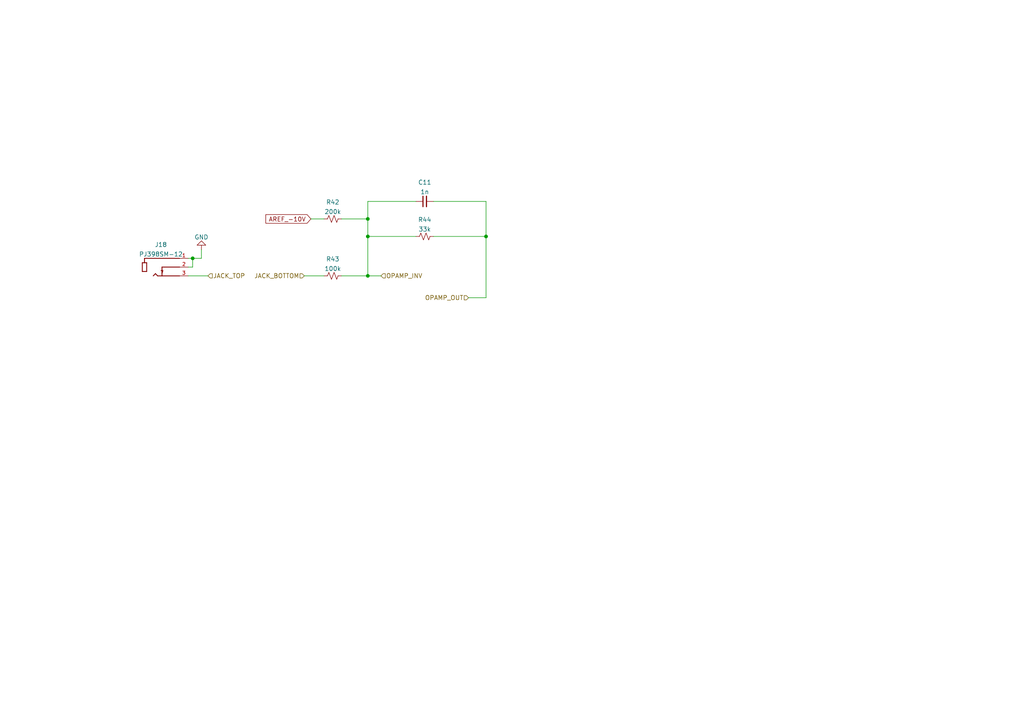
<source format=kicad_sch>
(kicad_sch (version 20211123) (generator eeschema)
  (paper "A4")
  (lib_symbols
    (symbol "Device:C_Small" (pin_numbers hide) (pin_names (offset 0.254) hide)
      (property "Reference" "C" (at 0.254 1.778 0))
      (property "Value" "C_Small" (at 0.254 -2.032 0))
      (symbol "C_Small_0_1"
        (polyline (pts (xy -1.524 -0.508) (xy 1.524 -0.508)) (stroke (width 0.3302)))
        (polyline (pts (xy -1.524 0.508) (xy 1.524 0.508)) (stroke (width 0.3048)))
      )
      (symbol "C_Small_1_1"
        (pin passive line (at 0 2.54 270) (length 2.032) (name "~") (number "1"))
        (pin passive line (at 0 -2.54 90) (length 2.032) (name "~") (number "2"))
      )
    )
    (symbol "Device:R_Small_US" (pin_numbers hide) (pin_names (offset 0.254) hide)
      (property "Reference" "R" (at 0.762 0.508 0))
      (property "Value" "R_Small_US" (at 0.762 -1.016 0))
      (symbol "R_Small_US_1_1"
        (polyline (pts (xy 0 0) (xy 1.016 -0.381) (xy 0 -0.762) (xy -1.016 -1.143) (xy 0 -1.524)))
        (polyline (pts (xy 0 1.524) (xy 1.016 1.143) (xy 0 0.762) (xy -1.016 0.381) (xy 0 0)))
        (pin passive line (at 0 2.54 270) (length 1.016) (name "~") (number "1"))
        (pin passive line (at 0 -2.54 90) (length 1.016) (name "~") (number "2"))
      )
    )
    (symbol "PJ398SM-12:PJ398SM-12" (pin_names (offset 1.016) hide)
      (property "Reference" "J" (at -5.08 2.54 0))
      (property "Value" "PJ398SM-12" (at -5.08 -8.89 0))
      (symbol "PJ398SM-12_0_0"
        (polyline (pts (xy -5.715 -3.81) (xy -5.715 -1.27)) (stroke (width 0.254)))
        (polyline (pts (xy -5.715 -1.27) (xy -5.08 -1.27)) (stroke (width 0.254)))
        (polyline (pts (xy -5.08 -1.27) (xy -4.445 -1.27)) (stroke (width 0.254)))
        (polyline (pts (xy -5.08 0) (xy -5.08 -1.27)) (stroke (width 0.254)))
        (polyline (pts (xy -4.445 -3.81) (xy -5.715 -3.81)) (stroke (width 0.254)))
        (polyline (pts (xy -4.445 -1.27) (xy -4.445 -3.81)) (stroke (width 0.254)))
        (polyline (pts (xy -1.905 -4.445) (xy -2.54 -5.08)) (stroke (width 0.254)))
        (polyline (pts (xy -1.27 -5.08) (xy -1.905 -4.445)) (stroke (width 0.254)))
        (polyline (pts (xy 0 -2.54) (xy 0 -5.08)) (stroke (width 0.254)))
        (polyline (pts (xy 0 -2.54) (xy 5.08 -2.54)) (stroke (width 0.254)))
        (polyline (pts (xy 5.08 -5.08) (xy -1.27 -5.08)) (stroke (width 0.254)))
        (polyline (pts (xy 5.08 0) (xy -5.08 0)) (stroke (width 0.254)))
        (polyline (pts (xy 0 -4.318) (xy 0.254 -3.556) (xy -0.254 -3.556)) (stroke (width 0.254)) (fill (type background)))
        (pin passive line (at 7.62 0 180) (length 2.54) (name "~") (number "1"))
        (pin passive line (at 7.62 -2.54 180) (length 2.54) (name "~") (number "2"))
        (pin passive line (at 7.62 -5.08 180) (length 2.54) (name "~") (number "3"))
      )
    )
    (symbol "power:GND" (power) (pin_names (offset 0))
      (property "Value" "GND" (at 0 -3.81 0))
      (symbol "GND_0_1"
        (polyline (pts (xy 0 0) (xy 0 -1.27) (xy 1.27 -1.27) (xy 0 -2.54) (xy -1.27 -1.27) (xy 0 -1.27)))
      )
      (symbol "GND_1_1"
        (pin power_in line (at 0 0 270) (length 0) hide (name "GND") (number "1"))
      )
    )
  )
  (junction (at 55.88 74.93))
  (junction (at 106.68 63.5))
  (junction (at 106.68 80.01))
  (junction (at 140.97 68.58))
  (junction (at 106.68 68.58))
  (wire (pts (xy 106.68 58.42) (xy 120.65 58.42)))
  (wire (pts (xy 99.06 80.01) (xy 106.68 80.01)))
  (wire (pts (xy 93.98 80.01) (xy 88.265 80.01)))
  (wire (pts (xy 140.97 58.42) (xy 140.97 68.58)))
  (wire (pts (xy 106.68 63.5) (xy 106.68 58.42)))
  (wire (pts (xy 110.49 80.01) (xy 106.68 80.01)))
  (wire (pts (xy 54.61 77.47) (xy 55.88 77.47)))
  (wire (pts (xy 125.73 68.58) (xy 140.97 68.58)))
  (wire (pts (xy 125.73 58.42) (xy 140.97 58.42)))
  (wire (pts (xy 54.61 74.93) (xy 55.88 74.93)))
  (wire (pts (xy 140.97 68.58) (xy 140.97 86.36)))
  (wire (pts (xy 106.68 68.58) (xy 120.65 68.58)))
  (wire (pts (xy 55.88 74.93) (xy 55.88 77.47)))
  (wire (pts (xy 99.06 63.5) (xy 106.68 63.5)))
  (wire (pts (xy 54.61 80.01) (xy 60.325 80.01)))
  (wire (pts (xy 135.89 86.36) (xy 140.97 86.36)))
  (wire (pts (xy 58.42 74.93) (xy 55.88 74.93)))
  (wire (pts (xy 106.68 68.58) (xy 106.68 63.5)))
  (wire (pts (xy 106.68 68.58) (xy 106.68 80.01)))
  (wire (pts (xy 58.42 72.39) (xy 58.42 74.93)))
  (wire (pts (xy 90.17 63.5) (xy 93.98 63.5)))
  (global_label "AREF_-10V" (shape input) (at 90.17 63.5 180) (property "Intersheet References" "${INTERSHEET_REFS}" (effects hide)))
  (hierarchical_label "OPAMP_INV" (shape input) (at 110.49 80.01 0))
  (hierarchical_label "OPAMP_OUT" (shape input) (at 135.89 86.36 180))
  (hierarchical_label "JACK_BOTTOM" (shape input) (at 88.265 80.01 180))
  (hierarchical_label "JACK_TOP" (shape input) (at 60.325 80.01 0))
  (symbol (lib_id "Device:R_Small_US") (at 96.52 63.5 90)
    (property "Reference" "R42" (at 96.52 58.6445 90))
    (property "Value" "200k" (at 96.52 61.4196 90))
    (property "Footprint" "Resistor_SMD:R_0603_1608Metric" (effects hide))
  )
  (symbol (lib_id "PJ398SM-12:PJ398SM-12") (at 46.99 74.93 0)
    (property "Reference" "J18" (at 46.6725 70.9635 0))
    (property "Value" "PJ398SM-12" (at 46.6725 73.7386 0))
    (property "Footprint" "lowstepper_internal_footprint_lib:THONK_PJ398SM-12" (effects hide))
    (property "MAXIMUM_PACKAGE_HEIGHT" "14.5 mm" (effects hide))
    (property "MANUFACTURER" "Thonk" (effects hide))
    (property "PARTREV" "1" (effects hide))
    (property "STANDARD" "Manufacturer Recommendations" (effects hide))
  )
  (symbol (lib_id "Device:C_Small") (at 123.19 58.42 90)
    (property "Reference" "C11" (at 123.1963 52.8914 90))
    (property "Value" "1n" (at 123.1963 55.6665 90))
    (property "Footprint" "Capacitor_SMD:C_0603_1608Metric" (effects hide))
  )
  (symbol (lib_id "power:GND") (at 58.42 72.39 180)
    (property "Reference" "#PWR0188" (effects hide))
    (property "Value" "GND" (at 58.42 68.7855 0))
  )
  (symbol (lib_id "Device:R_Small_US") (at 96.52 80.01 90)
    (property "Reference" "R43" (at 96.52 75.1545 90))
    (property "Value" "100k" (at 96.52 77.9296 90))
    (property "Footprint" "Resistor_SMD:R_0603_1608Metric" (effects hide))
  )
  (symbol (lib_id "Device:R_Small_US") (at 123.19 68.58 90)
    (property "Reference" "R44" (at 123.19 63.7245 90))
    (property "Value" "33k" (at 123.19 66.4996 90))
    (property "Footprint" "Resistor_SMD:R_0603_1608Metric" (effects hide))
  )
)
</source>
